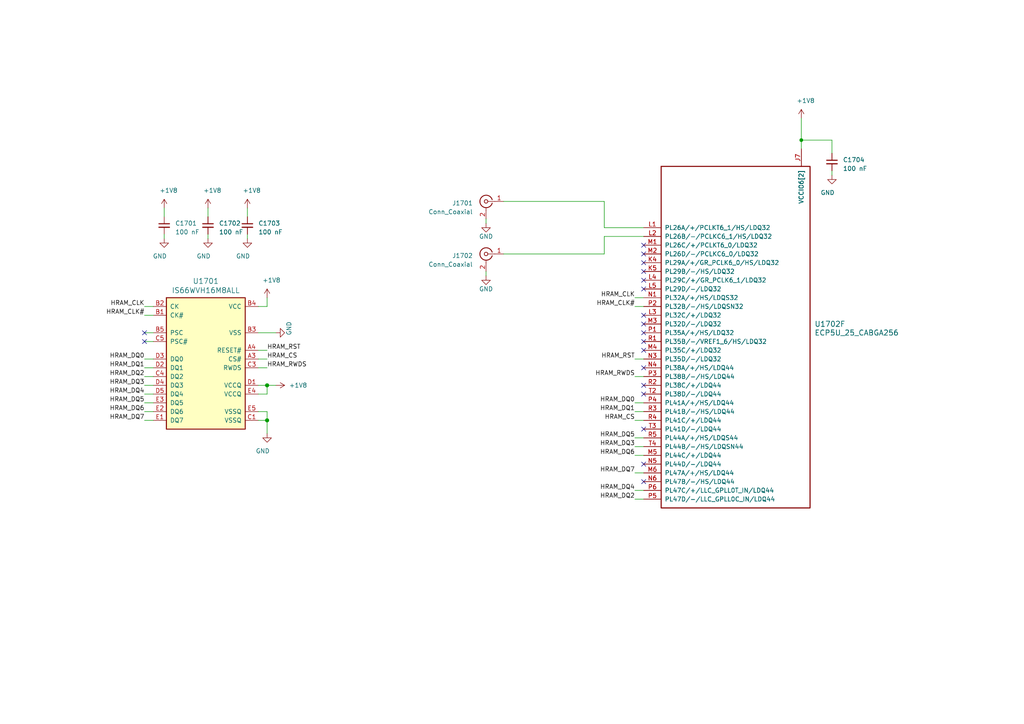
<source format=kicad_sch>
(kicad_sch (version 20210621) (generator eeschema)
  (paper "A4")
  (lib_symbols
    (symbol "Connector:Conn_Coaxial" (pin_names (offset 1.016) hide)
      (property "Reference" "J" (at 0.254 3.048 0))
      (property "Value" "Conn_Coaxial" (at 2.921 0 90))
      (symbol "Conn_Coaxial_0_1"
        (arc (start -1.778 0.508) (end 1.778 0) (radius (at -0.0508 0) (length 1.8034) (angles 163.6 0)) (stroke (width 0.254)))
        (arc (start 1.778 0) (end -1.778 -0.508) (radius (at -0.0254 0) (length 1.8034) (angles 0 -163.8)) (stroke (width 0.254)))
        (circle (center 0 0) (radius 0.508) (stroke (width 0.2032)))
        (polyline (pts (xy -2.54 0) (xy -0.508 0)))
        (polyline (pts (xy 0 -2.54) (xy 0 -1.778)))
      )
      (symbol "Conn_Coaxial_1_1"
        (pin passive line (at -5.08 0 0) (length 2.54) (name "In") (number "1"))
        (pin passive line (at 0 -5.08 90) (length 2.54) (name "Ext") (number "2"))
      )
    )
    (symbol "Device:C_Small" (pin_numbers hide) (pin_names (offset 0.254) hide)
      (property "Reference" "C" (at 0.254 1.778 0))
      (property "Value" "C_Small" (at 0.254 -2.032 0))
      (symbol "C_Small_0_1"
        (polyline (pts (xy -1.524 -0.508) (xy 1.524 -0.508)) (stroke (width 0.3302)))
        (polyline (pts (xy -1.524 0.508) (xy 1.524 0.508)) (stroke (width 0.3048)))
      )
      (symbol "C_Small_1_1"
        (pin passive line (at 0 2.54 270) (length 2.032) (name "~") (number "1"))
        (pin passive line (at 0 -2.54 90) (length 2.032) (name "~") (number "2"))
      )
    )
    (symbol "Lattice_ECP5:ECP5U_25_CABGA256" (pin_names (offset 1.016))
      (property "Reference" "U" (at 3.81 6.35 0))
      (property "Value" "ECP5U_25_CABGA256" (at 3.81 3.81 0))
      (symbol "ECP5U_25_CABGA256_1_1"
        (rectangle (start 5.08 17.78) (end 12.7 -10.16) (stroke (width 0.3048)))
        (pin power_in line (at 7.62 -15.24 90) (length 5.08) (name "GND[27]") (number "A1"))
        (pin power_in line (at 7.62 -15.24 90) (length 5.08) (name "GND[27]") (number "A16"))
        (pin power_in line (at 7.62 -15.24 90) (length 5.08) (name "GND[27]") (number "D15"))
        (pin power_in line (at 7.62 -15.24 90) (length 5.08) (name "GND[27]") (number "D2"))
        (pin power_in line (at 7.62 -15.24 90) (length 5.08) (name "GND[27]") (number "F8"))
        (pin power_in line (at 7.62 -15.24 90) (length 5.08) (name "GND[27]") (number "F9"))
        (pin power_in line (at 7.62 -15.24 90) (length 5.08) (name "GND[27]") (number "G10"))
        (pin power_in line (at 7.62 22.86 270) (length 5.08) (name "VCCAUX[2]") (number "G11"))
        (pin power_in line (at 10.16 22.86 270) (length 5.08) (name "VCC[6]") (number "G6"))
        (pin power_in line (at 10.16 22.86 270) (length 5.08) (name "VCC[6]") (number "G7"))
        (pin power_in line (at 7.62 -15.24 90) (length 5.08) (name "GND[27]") (number "G8"))
        (pin power_in line (at 10.16 22.86 270) (length 5.08) (name "VCC[6]") (number "G9"))
        (pin power_in line (at 7.62 -15.24 90) (length 5.08) (name "GND[27]") (number "H1"))
        (pin power_in line (at 7.62 -15.24 90) (length 5.08) (name "GND[27]") (number "H10"))
        (pin power_in line (at 7.62 -15.24 90) (length 5.08) (name "GND[27]") (number "H16"))
        (pin power_in line (at 7.62 -15.24 90) (length 5.08) (name "GND[27]") (number "H8"))
        (pin power_in line (at 7.62 -15.24 90) (length 5.08) (name "GND[27]") (number "H9"))
        (pin power_in line (at 7.62 -15.24 90) (length 5.08) (name "GND[27]") (number "J10"))
        (pin power_in line (at 7.62 -15.24 90) (length 5.08) (name "GND[27]") (number "J8"))
        (pin power_in line (at 7.62 -15.24 90) (length 5.08) (name "GND[27]") (number "J9"))
        (pin power_in line (at 7.62 -15.24 90) (length 5.08) (name "GND[27]") (number "K10"))
        (pin power_in line (at 7.62 -15.24 90) (length 5.08) (name "GND[27]") (number "K6"))
        (pin power_in line (at 7.62 -15.24 90) (length 5.08) (name "GND[27]") (number "K7"))
        (pin power_in line (at 7.62 -15.24 90) (length 5.08) (name "GND[27]") (number "K8"))
        (pin power_in line (at 7.62 -15.24 90) (length 5.08) (name "GND[27]") (number "K9"))
        (pin power_in line (at 10.16 22.86 270) (length 5.08) (name "VCC[6]") (number "L10"))
        (pin power_in line (at 7.62 22.86 270) (length 5.08) (name "VCCAUX[2]") (number "L7"))
        (pin power_in line (at 10.16 22.86 270) (length 5.08) (name "VCC[6]") (number "L8"))
        (pin power_in line (at 10.16 22.86 270) (length 5.08) (name "VCC[6]") (number "L9"))
        (pin power_in line (at 7.62 -15.24 90) (length 5.08) (name "GND[27]") (number "N15"))
        (pin power_in line (at 7.62 -15.24 90) (length 5.08) (name "GND[27]") (number "N2"))
        (pin power_in line (at 7.62 -15.24 90) (length 5.08) (name "GND[27]") (number "T1"))
        (pin power_in line (at 7.62 -15.24 90) (length 5.08) (name "GND[27]") (number "T12"))
        (pin power_in line (at 7.62 -15.24 90) (length 5.08) (name "GND[27]") (number "T16"))
        (pin power_in line (at 7.62 -15.24 90) (length 5.08) (name "GND[27]") (number "T5"))
      )
      (symbol "ECP5U_25_CABGA256_2_1"
        (rectangle (start 5.08 17.78) (end 35.56 -60.96) (stroke (width 0.3048)))
        (pin bidirectional line (at 0 0 0) (length 5.08) (name "PT4A/+") (number "A2"))
        (pin bidirectional line (at 0 -5.08 0) (length 5.08) (name "PT6A/+") (number "A3"))
        (pin bidirectional line (at 0 -7.62 0) (length 5.08) (name "PT6B/-") (number "A4"))
        (pin bidirectional line (at 0 -30.48 0) (length 5.08) (name "PT18A/+") (number "A5"))
        (pin bidirectional line (at 0 -33.02 0) (length 5.08) (name "PT18B/-") (number "A6"))
        (pin bidirectional line (at 0 -55.88 0) (length 5.08) (name "PT29A/+/PCLKT0_0") (number "A7"))
        (pin bidirectional line (at 0 -58.42 0) (length 5.08) (name "PT29B/-/PCLKC0_0") (number "A8"))
        (pin bidirectional line (at 0 -2.54 0) (length 5.08) (name "PT4B/-") (number "B3"))
        (pin bidirectional line (at 0 -17.78 0) (length 5.08) (name "PT11B/-") (number "B4"))
        (pin bidirectional line (at 0 -27.94 0) (length 5.08) (name "PT15B/-") (number "B5"))
        (pin bidirectional line (at 0 -43.18 0) (length 5.08) (name "PT22B/-") (number "B6"))
        (pin bidirectional line (at 0 -53.34 0) (length 5.08) (name "PT27B/-/PCLKC0_1") (number "B7"))
        (pin bidirectional line (at 0 -15.24 0) (length 5.08) (name "PT11A/+") (number "C4"))
        (pin bidirectional line (at 0 -25.4 0) (length 5.08) (name "PT15A/+") (number "C5"))
        (pin bidirectional line (at 0 -40.64 0) (length 5.08) (name "PT22A/+") (number "C6"))
        (pin bidirectional line (at 0 -50.8 0) (length 5.08) (name "PT27A/+/PCLKT0_1") (number "C7"))
        (pin bidirectional line (at 0 -12.7 0) (length 5.08) (name "PT9B/-") (number "D4"))
        (pin bidirectional line (at 0 -22.86 0) (length 5.08) (name "PT13B/-") (number "D5"))
        (pin bidirectional line (at 0 -38.1 0) (length 5.08) (name "PT20B/-") (number "D6"))
        (pin bidirectional line (at 0 -48.26 0) (length 5.08) (name "PT24B/-/GR_PCLK0_0") (number "D7"))
        (pin bidirectional line (at 0 -10.16 0) (length 5.08) (name "PT9A/+") (number "E4"))
        (pin bidirectional line (at 0 -20.32 0) (length 5.08) (name "PT13A/+") (number "E5"))
        (pin bidirectional line (at 0 -35.56 0) (length 5.08) (name "PT20A/+") (number "E6"))
        (pin bidirectional line (at 0 -45.72 0) (length 5.08) (name "PT24A/+/GR_PCLK0_1") (number "E7"))
        (pin power_in line (at 33.02 22.86 270) (length 5.08) (name "VCCIO0[2]") (number "F6"))
        (pin power_in line (at 33.02 22.86 270) (length 5.08) (name "VCCIO0[2]") (number "F7"))
      )
      (symbol "ECP5U_25_CABGA256_3_1"
        (rectangle (start 5.08 17.78) (end 35.56 -81.28) (stroke (width 0.3048)))
        (pin bidirectional line (at 0 -22.86 0) (length 5.08) (name "PT42B/-") (number "A10"))
        (pin bidirectional line (at 0 -45.72 0) (length 5.08) (name "PT53A/+") (number "A11"))
        (pin bidirectional line (at 0 -48.26 0) (length 5.08) (name "PT53B/-") (number "A12"))
        (pin bidirectional line (at 0 -71.12 0) (length 5.08) (name "PT65A/+") (number "A13"))
        (pin bidirectional line (at 0 -73.66 0) (length 5.08) (name "PT65B/-") (number "A14"))
        (pin bidirectional line (at 0 -78.74 0) (length 5.08) (name "PT67B/-") (number "A15"))
        (pin bidirectional line (at 0 -20.32 0) (length 5.08) (name "PT42A/+") (number "A9"))
        (pin bidirectional line (at 0 -25.4 0) (length 5.08) (name "PT44A/+") (number "B10"))
        (pin bidirectional line (at 0 -35.56 0) (length 5.08) (name "PT49A/+") (number "B11"))
        (pin bidirectional line (at 0 -50.8 0) (length 5.08) (name "PT56A/+") (number "B12"))
        (pin bidirectional line (at 0 -60.96 0) (length 5.08) (name "PT60A/+") (number "B13"))
        (pin bidirectional line (at 0 -76.2 0) (length 5.08) (name "PT67A/+") (number "B14"))
        (pin bidirectional line (at 0 -7.62 0) (length 5.08) (name "PT35B/-/PCLKC1_0") (number "B8"))
        (pin bidirectional line (at 0 -10.16 0) (length 5.08) (name "PT38A/+/GR_PCLK1_0") (number "B9"))
        (pin bidirectional line (at 0 -27.94 0) (length 5.08) (name "PT44B/-") (number "C10"))
        (pin bidirectional line (at 0 -38.1 0) (length 5.08) (name "PT49B/-") (number "C11"))
        (pin bidirectional line (at 0 -53.34 0) (length 5.08) (name "PT56B/-") (number "C12"))
        (pin bidirectional line (at 0 -63.5 0) (length 5.08) (name "PT60B/-") (number "C13"))
        (pin bidirectional line (at 0 -5.08 0) (length 5.08) (name "PT35A/+/PCLKT1_0") (number "C8"))
        (pin bidirectional line (at 0 -12.7 0) (length 5.08) (name "PT38B/-/GR_PCLK1_1") (number "C9"))
        (pin bidirectional line (at 0 -30.48 0) (length 5.08) (name "PT47A/+") (number "D10"))
        (pin bidirectional line (at 0 -40.64 0) (length 5.08) (name "PT51A/+") (number "D11"))
        (pin bidirectional line (at 0 -55.88 0) (length 5.08) (name "PT58A/+") (number "D12"))
        (pin bidirectional line (at 0 -66.04 0) (length 5.08) (name "PT62A/+") (number "D13"))
        (pin bidirectional line (at 0 -2.54 0) (length 5.08) (name "PT33B/-/PCLKC1_1") (number "D8"))
        (pin bidirectional line (at 0 -15.24 0) (length 5.08) (name "PT40A/+") (number "D9"))
        (pin bidirectional line (at 0 -33.02 0) (length 5.08) (name "PT47B/-") (number "E10"))
        (pin bidirectional line (at 0 -43.18 0) (length 5.08) (name "PT51B/-") (number "E11"))
        (pin bidirectional line (at 0 -58.42 0) (length 5.08) (name "PT58B/-") (number "E12"))
        (pin bidirectional line (at 0 -68.58 0) (length 5.08) (name "PT62B/-") (number "E13"))
        (pin bidirectional line (at 0 0 0) (length 5.08) (name "PT33A/+/PCLKT1_1") (number "E8"))
        (pin bidirectional line (at 0 -17.78 0) (length 5.08) (name "PT40B/-") (number "E9"))
        (pin power_in line (at 33.02 22.86 270) (length 5.08) (name "VCCIO1[2]") (number "F10"))
        (pin power_in line (at 33.02 22.86 270) (length 5.08) (name "VCCIO1[2]") (number "F11"))
      )
      (symbol "ECP5U_25_CABGA256_4_1"
        (rectangle (start 5.08 17.78) (end 48.26 -81.28) (stroke (width 0.3048)))
        (pin bidirectional line (at 0 -2.54 0) (length 5.08) (name "PR2B/-/S0_IN/HS/RDQ8") (number "B15"))
        (pin bidirectional line (at 0 0 0) (length 5.08) (name "PR2A/+/HS/RDQ8") (number "B16"))
        (pin bidirectional line (at 0 -5.08 0) (length 5.08) (name "PR2C/+/RDQ8") (number "C14"))
        (pin bidirectional line (at 0 -12.7 0) (length 5.08) (name "PR5B/-/HS/RDQ8") (number "C15"))
        (pin bidirectional line (at 0 -10.16 0) (length 5.08) (name "PR5A/+/HS/RDQ8") (number "C16"))
        (pin bidirectional line (at 0 -7.62 0) (length 5.08) (name "PR2D/-/RDQ8") (number "D14"))
        (pin bidirectional line (at 0 -20.32 0) (length 5.08) (name "PR8A/+/HS/RDQS8") (number "D16"))
        (pin bidirectional line (at 0 -15.24 0) (length 5.08) (name "PR5C/+/RDQ8") (number "E14"))
        (pin bidirectional line (at 0 -22.86 0) (length 5.08) (name "PR8B/-/HS/RDQSN8") (number "E15"))
        (pin bidirectional line (at 0 -38.1 0) (length 5.08) (name "PR11D/-/RDQ8") (number "E16"))
        (pin bidirectional line (at 0 -27.94 0) (length 5.08) (name "PR8D/-/RDQ8") (number "F12"))
        (pin bidirectional line (at 0 -25.4 0) (length 5.08) (name "PR8C/+/RDQ8") (number "F13"))
        (pin bidirectional line (at 0 -17.78 0) (length 5.08) (name "PR5D/-/RDQ8") (number "F14"))
        (pin bidirectional line (at 0 -35.56 0) (length 5.08) (name "PR11C/+/RDQ8") (number "F15"))
        (pin bidirectional line (at 0 -40.64 0) (length 5.08) (name "PR14A/+/HS/RDQ20") (number "F16"))
        (pin bidirectional line (at 0 -30.48 0) (length 5.08) (name "PR11A/+/HS/RDQ8") (number "G12"))
        (pin bidirectional line (at 0 -33.02 0) (length 5.08) (name "PR11B/-/HS/RDQ8") (number "G13"))
        (pin bidirectional line (at 0 -45.72 0) (length 5.08) (name "PR14C/+/VREF1_2/RDQ20") (number "G14"))
        (pin bidirectional line (at 0 -43.18 0) (length 5.08) (name "PR14B/-/HS/RDQ20") (number "G15"))
        (pin bidirectional line (at 0 -60.96 0) (length 5.08) (name "PR20A/+/GR_PCLK2_1/HS/RDQS20") (number "G16"))
        (pin power_in line (at 45.72 22.86 270) (length 5.08) (name "VCCIO2[2]") (number "H11"))
        (pin bidirectional line (at 0 -50.8 0) (length 5.08) (name "PR17A/+/HS/RDQ20") (number "H12"))
        (pin bidirectional line (at 0 -53.34 0) (length 5.08) (name "PR17B/-/HS/RDQ20") (number "H13"))
        (pin bidirectional line (at 0 -48.26 0) (length 5.08) (name "PR14D/-/RDQ20") (number "H14"))
        (pin bidirectional line (at 0 -63.5 0) (length 5.08) (name "PR20B/-/HS/RDQSN20") (number "H15"))
        (pin power_in line (at 45.72 22.86 270) (length 5.08) (name "VCCIO2[2]") (number "J11"))
        (pin bidirectional line (at 0 -58.42 0) (length 5.08) (name "PR17D/-/RDQ20") (number "J12"))
        (pin bidirectional line (at 0 -55.88 0) (length 5.08) (name "PR17C/+/RDQ20") (number "J13"))
        (pin bidirectional line (at 0 -66.04 0) (length 5.08) (name "PR20C/+/GR_PCLK2_0/RDQ20") (number "J14"))
        (pin bidirectional line (at 0 -73.66 0) (length 5.08) (name "PR23B/-/PCLKC2_1/HS/RDQ20") (number "J15"))
        (pin bidirectional line (at 0 -71.12 0) (length 5.08) (name "PR23A/+/PCLKT2_1/HS/RDQ20") (number "J16"))
        (pin bidirectional line (at 0 -68.58 0) (length 5.08) (name "PR20D/-/RDQ20") (number "K14"))
        (pin bidirectional line (at 0 -78.74 0) (length 5.08) (name "PR23D/-/PCLKC2_0/RDQ20") (number "K15"))
        (pin bidirectional line (at 0 -76.2 0) (length 5.08) (name "PR23C/+/PCLKT2_0/RDQ20") (number "K16"))
      )
      (symbol "ECP5U_25_CABGA256_5_1"
        (rectangle (start 5.08 17.78) (end 48.26 -81.28) (stroke (width 0.3048)))
        (pin power_in line (at 45.72 22.86 270) (length 5.08) (name "VCCIO3[2]") (number "K11"))
        (pin bidirectional line (at 0 -12.7 0) (length 5.08) (name "PR29B/-/HS/RDQ32") (number "K12"))
        (pin bidirectional line (at 0 -10.16 0) (length 5.08) (name "PR29A/+/GR_PCLK3_0/HS/RDQ32") (number "K13"))
        (pin power_in line (at 45.72 22.86 270) (length 5.08) (name "VCCIO3[2]") (number "L11"))
        (pin bidirectional line (at 0 -17.78 0) (length 5.08) (name "PR29D/-/RDQ32") (number "L12"))
        (pin bidirectional line (at 0 -15.24 0) (length 5.08) (name "PR29C/+/GR_PCLK3_1/RDQ32") (number "L13"))
        (pin bidirectional line (at 0 -25.4 0) (length 5.08) (name "PR32C/+/RDQ32") (number "L14"))
        (pin bidirectional line (at 0 -2.54 0) (length 5.08) (name "PR26B/-/PCLKC3_1/HS/RDQ32") (number "L15"))
        (pin bidirectional line (at 0 0 0) (length 5.08) (name "PR26A/+/PCLKT3_1/HS/RDQ32") (number "L16"))
        (pin bidirectional line (at 0 -71.12 0) (length 5.08) (name "PR47A/+/HS/RDQ44") (number "M11"))
        (pin bidirectional line (at 0 -66.04 0) (length 5.08) (name "PR44C/+/RDQ44") (number "M12"))
        (pin bidirectional line (at 0 -35.56 0) (length 5.08) (name "PR35C/+/RDQ32") (number "M13"))
        (pin bidirectional line (at 0 -27.94 0) (length 5.08) (name "PR32D/-/RDQ32") (number "M14"))
        (pin bidirectional line (at 0 -7.62 0) (length 5.08) (name "PR26D/-/PCLKC3_0/RDQ32") (number "M15"))
        (pin bidirectional line (at 0 -5.08 0) (length 5.08) (name "PR26C/+/PCLKT3_0/RDQ32") (number "M16"))
        (pin bidirectional line (at 0 -73.66 0) (length 5.08) (name "PR47B/-/HS/RDQ44") (number "N11"))
        (pin bidirectional line (at 0 -68.58 0) (length 5.08) (name "PR44D/-/RDQ44") (number "N12"))
        (pin bidirectional line (at 0 -40.64 0) (length 5.08) (name "PR38A/+/HS/RDQ44") (number "N13"))
        (pin bidirectional line (at 0 -38.1 0) (length 5.08) (name "PR35D/-/RDQ32") (number "N14"))
        (pin bidirectional line (at 0 -20.32 0) (length 5.08) (name "PR32A/+/HS/RDQS32") (number "N16"))
        (pin bidirectional line (at 0 -76.2 0) (length 5.08) (name "PR47C/+/LRC_GPLL0T_IN/RDQ44") (number "P11"))
        (pin bidirectional line (at 0 -78.74 0) (length 5.08) (name "PR47D/-/LRC_GPLL0C_IN/RDQ44") (number "P12"))
        (pin bidirectional line (at 0 -50.8 0) (length 5.08) (name "PR41A/+/HS/RDQ44") (number "P13"))
        (pin bidirectional line (at 0 -43.18 0) (length 5.08) (name "PR38B/-/HS/RDQ44") (number "P14"))
        (pin bidirectional line (at 0 -22.86 0) (length 5.08) (name "PR32B/-/HS/RDQSN32") (number "P15"))
        (pin bidirectional line (at 0 -30.48 0) (length 5.08) (name "PR35A/+/HS/RDQ32") (number "P16"))
        (pin bidirectional line (at 0 -60.96 0) (length 5.08) (name "PR44A/+/HS/RDQS44") (number "R12"))
        (pin bidirectional line (at 0 -55.88 0) (length 5.08) (name "PR41C/+/RDQ44") (number "R13"))
        (pin bidirectional line (at 0 -53.34 0) (length 5.08) (name "PR41B/-/HS/RDQ44") (number "R14"))
        (pin bidirectional line (at 0 -45.72 0) (length 5.08) (name "PR38C/+/RDQ44") (number "R15"))
        (pin bidirectional line (at 0 -33.02 0) (length 5.08) (name "PR35B/-/VREF1_3/HS/RDQ32") (number "R16"))
        (pin bidirectional line (at 0 -63.5 0) (length 5.08) (name "PR44B/-/HS/RDQSN44") (number "T13"))
        (pin bidirectional line (at 0 -58.42 0) (length 5.08) (name "PR41D/-/RDQ44") (number "T14"))
        (pin bidirectional line (at 0 -48.26 0) (length 5.08) (name "PR38D/-/RDQ44") (number "T15"))
      )
      (symbol "ECP5U_25_CABGA256_6_1"
        (rectangle (start 5.08 17.78) (end 48.26 -81.28) (stroke (width 0.3048)))
        (pin power_in line (at 45.72 22.86 270) (length 5.08) (name "VCCIO6[2]") (number "J6"))
        (pin power_in line (at 45.72 22.86 270) (length 5.08) (name "VCCIO6[2]") (number "J7"))
        (pin bidirectional line (at 0 -10.16 0) (length 5.08) (name "PL29A/+/GR_PCLK6_0/HS/LDQ32") (number "K4"))
        (pin bidirectional line (at 0 -12.7 0) (length 5.08) (name "PL29B/-/HS/LDQ32") (number "K5"))
        (pin bidirectional line (at 0 0 0) (length 5.08) (name "PL26A/+/PCLKT6_1/HS/LDQ32") (number "L1"))
        (pin bidirectional line (at 0 -2.54 0) (length 5.08) (name "PL26B/-/PCLKC6_1/HS/LDQ32") (number "L2"))
        (pin bidirectional line (at 0 -25.4 0) (length 5.08) (name "PL32C/+/LDQ32") (number "L3"))
        (pin bidirectional line (at 0 -15.24 0) (length 5.08) (name "PL29C/+/GR_PCLK6_1/LDQ32") (number "L4"))
        (pin bidirectional line (at 0 -17.78 0) (length 5.08) (name "PL29D/-/LDQ32") (number "L5"))
        (pin bidirectional line (at 0 -5.08 0) (length 5.08) (name "PL26C/+/PCLKT6_0/LDQ32") (number "M1"))
        (pin bidirectional line (at 0 -7.62 0) (length 5.08) (name "PL26D/-/PCLKC6_0/LDQ32") (number "M2"))
        (pin bidirectional line (at 0 -27.94 0) (length 5.08) (name "PL32D/-/LDQ32") (number "M3"))
        (pin bidirectional line (at 0 -35.56 0) (length 5.08) (name "PL35C/+/LDQ32") (number "M4"))
        (pin bidirectional line (at 0 -66.04 0) (length 5.08) (name "PL44C/+/LDQ44") (number "M5"))
        (pin bidirectional line (at 0 -71.12 0) (length 5.08) (name "PL47A/+/HS/LDQ44") (number "M6"))
        (pin bidirectional line (at 0 -20.32 0) (length 5.08) (name "PL32A/+/HS/LDQS32") (number "N1"))
        (pin bidirectional line (at 0 -38.1 0) (length 5.08) (name "PL35D/-/LDQ32") (number "N3"))
        (pin bidirectional line (at 0 -40.64 0) (length 5.08) (name "PL38A/+/HS/LDQ44") (number "N4"))
        (pin bidirectional line (at 0 -68.58 0) (length 5.08) (name "PL44D/-/LDQ44") (number "N5"))
        (pin bidirectional line (at 0 -73.66 0) (length 5.08) (name "PL47B/-/HS/LDQ44") (number "N6"))
        (pin bidirectional line (at 0 -30.48 0) (length 5.08) (name "PL35A/+/HS/LDQ32") (number "P1"))
        (pin bidirectional line (at 0 -22.86 0) (length 5.08) (name "PL32B/-/HS/LDQSN32") (number "P2"))
        (pin bidirectional line (at 0 -43.18 0) (length 5.08) (name "PL38B/-/HS/LDQ44") (number "P3"))
        (pin bidirectional line (at 0 -50.8 0) (length 5.08) (name "PL41A/+/HS/LDQ44") (number "P4"))
        (pin bidirectional line (at 0 -78.74 0) (length 5.08) (name "PL47D/-/LLC_GPLL0C_IN/LDQ44") (number "P5"))
        (pin bidirectional line (at 0 -76.2 0) (length 5.08) (name "PL47C/+/LLC_GPLL0T_IN/LDQ44") (number "P6"))
        (pin bidirectional line (at 0 -33.02 0) (length 5.08) (name "PL35B/-/VREF1_6/HS/LDQ32") (number "R1"))
        (pin bidirectional line (at 0 -45.72 0) (length 5.08) (name "PL38C/+/LDQ44") (number "R2"))
        (pin bidirectional line (at 0 -53.34 0) (length 5.08) (name "PL41B/-/HS/LDQ44") (number "R3"))
        (pin bidirectional line (at 0 -55.88 0) (length 5.08) (name "PL41C/+/LDQ44") (number "R4"))
        (pin bidirectional line (at 0 -60.96 0) (length 5.08) (name "PL44A/+/HS/LDQS44") (number "R5"))
        (pin bidirectional line (at 0 -48.26 0) (length 5.08) (name "PL38D/-/LDQ44") (number "T2"))
        (pin bidirectional line (at 0 -58.42 0) (length 5.08) (name "PL41D/-/LDQ44") (number "T3"))
        (pin bidirectional line (at 0 -63.5 0) (length 5.08) (name "PL44B/-/HS/LDQSN44") (number "T4"))
      )
      (symbol "ECP5U_25_CABGA256_7_1"
        (rectangle (start 5.08 17.78) (end 48.26 -81.28) (stroke (width 0.3048)))
        (pin bidirectional line (at 0 0 0) (length 5.08) (name "PL2A/+/HS/LDQ8") (number "B1"))
        (pin bidirectional line (at 0 -2.54 0) (length 5.08) (name "PL2B/-/HS/LDQ8") (number "B2"))
        (pin bidirectional line (at 0 -10.16 0) (length 5.08) (name "PL5A/+/HS/LDQ8") (number "C1"))
        (pin bidirectional line (at 0 -12.7 0) (length 5.08) (name "PL5B/-/HS/LDQ8") (number "C2"))
        (pin bidirectional line (at 0 -5.08 0) (length 5.08) (name "PL2C/+/LDQ8") (number "C3"))
        (pin bidirectional line (at 0 -20.32 0) (length 5.08) (name "PL8A/+/HS/LDQS8") (number "D1"))
        (pin bidirectional line (at 0 -7.62 0) (length 5.08) (name "PL2D/-/LDQ8") (number "D3"))
        (pin bidirectional line (at 0 -38.1 0) (length 5.08) (name "PL11D/-/LDQ8") (number "E1"))
        (pin bidirectional line (at 0 -22.86 0) (length 5.08) (name "PL8B/-/HS/LDQSN8") (number "E2"))
        (pin bidirectional line (at 0 -15.24 0) (length 5.08) (name "PL5C/+/LDQ8") (number "E3"))
        (pin bidirectional line (at 0 -40.64 0) (length 5.08) (name "PL14A/+/HS/LDQ20") (number "F1"))
        (pin bidirectional line (at 0 -35.56 0) (length 5.08) (name "PL11C/+/LDQ8") (number "F2"))
        (pin bidirectional line (at 0 -17.78 0) (length 5.08) (name "PL5D/-/LDQ8") (number "F3"))
        (pin bidirectional line (at 0 -25.4 0) (length 5.08) (name "PL8C/+/LDQ8") (number "F4"))
        (pin bidirectional line (at 0 -27.94 0) (length 5.08) (name "PL8D/-/LDQ8") (number "F5"))
        (pin bidirectional line (at 0 -60.96 0) (length 5.08) (name "PL20A/+/GR_PCLK7_1/HS/LDQS20") (number "G1"))
        (pin bidirectional line (at 0 -43.18 0) (length 5.08) (name "PL14B/-/HS/LDQ20") (number "G2"))
        (pin bidirectional line (at 0 -45.72 0) (length 5.08) (name "PL14C/+/VREF1_7/LDQ20") (number "G3"))
        (pin bidirectional line (at 0 -33.02 0) (length 5.08) (name "PL11B/-/HS/LDQ8") (number "G4"))
        (pin bidirectional line (at 0 -30.48 0) (length 5.08) (name "PL11A/+/HS/LDQ8") (number "G5"))
        (pin bidirectional line (at 0 -63.5 0) (length 5.08) (name "PL20B/-/HS/LDQSN20") (number "H2"))
        (pin bidirectional line (at 0 -48.26 0) (length 5.08) (name "PL14D/-/LDQ20") (number "H3"))
        (pin bidirectional line (at 0 -53.34 0) (length 5.08) (name "PL17B/-/HS/LDQ20") (number "H4"))
        (pin bidirectional line (at 0 -50.8 0) (length 5.08) (name "PL17A/+/HS/LDQ20") (number "H5"))
        (pin power_in line (at 45.72 22.86 270) (length 5.08) (name "VCCIO7[2]") (number "H6"))
        (pin power_in line (at 45.72 22.86 270) (length 5.08) (name "VCCIO7[2]") (number "H7"))
        (pin bidirectional line (at 0 -71.12 0) (length 5.08) (name "PL23A/+/PCLKT7_1/HS/LDQ20") (number "J1"))
        (pin bidirectional line (at 0 -73.66 0) (length 5.08) (name "PL23B/-/PCLKC7_1/HS/LDQ20") (number "J2"))
        (pin bidirectional line (at 0 -66.04 0) (length 5.08) (name "PL20C/+/GR_PCLK7_0/LDQ20") (number "J3"))
        (pin bidirectional line (at 0 -55.88 0) (length 5.08) (name "PL17C/+/LDQ20") (number "J4"))
        (pin bidirectional line (at 0 -58.42 0) (length 5.08) (name "PL17D/-/LDQ20") (number "J5"))
        (pin bidirectional line (at 0 -76.2 0) (length 5.08) (name "PL23C/+/PCLKT7_0/LDQ20") (number "K1"))
        (pin bidirectional line (at 0 -78.74 0) (length 5.08) (name "PL23D/-/PCLKC7_0/LDQ20") (number "K2"))
        (pin bidirectional line (at 0 -68.58 0) (length 5.08) (name "PL20D/-/LDQ20") (number "K3"))
      )
      (symbol "ECP5U_25_CABGA256_8_1"
        (rectangle (start 5.08 12.7) (end 53.34 -50.8) (stroke (width 0.3048)))
        (pin power_in line (at 50.8 17.78 270) (length 5.08) (name "VCCIO8") (number "L6"))
        (pin bidirectional line (at 0 -27.94 0) (length 5.08) (name "PB9B/-/D2/IO2") (number "M7"))
        (pin bidirectional line (at 0 -43.18 0) (length 5.08) (name "PB15B/-/DOUT/CSON") (number "M8"))
        (pin bidirectional line (at 0 -45.72 0) (length 5.08) (name "PB18A/WRITEN") (number "M9"))
        (pin bidirectional line (at 0 -2.54 0) (length 5.08) (name "CFG_0") (number "N10"))
        (pin bidirectional line (at 0 -25.4 0) (length 5.08) (name "PB9A/+/D3/IO3") (number "N7"))
        (pin bidirectional line (at 0 -40.64 0) (length 5.08) (name "PB15A/+/HOLDN/DI/BUSY/CSSPIN/CEN") (number "N8"))
        (pin bidirectional line (at 0 0 0) (length 5.08) (name "CCLK/MCLK/SCK") (number "N9"))
        (pin bidirectional line (at 0 -5.08 0) (length 5.08) (name "CFG_1") (number "P10"))
        (pin bidirectional line (at 0 -22.86 0) (length 5.08) (name "PB6B/-/D4/MOSI2/IO4") (number "P7"))
        (pin bidirectional line (at 0 -38.1 0) (length 5.08) (name "PB13B/-/CS1N") (number "P8"))
        (pin bidirectional line (at 0 -10.16 0) (length 5.08) (name "DONE") (number "P9"))
        (pin bidirectional line (at 0 -7.62 0) (length 5.08) (name "CFG_2") (number "R10"))
        (pin bidirectional line (at 0 -17.78 0) (length 5.08) (name "PB4B/-/D6/IO6") (number "R6"))
        (pin bidirectional line (at 0 -20.32 0) (length 5.08) (name "PB6A/+/D5/MISO2/IO5") (number "R7"))
        (pin bidirectional line (at 0 -35.56 0) (length 5.08) (name "PB13A/+/SN/CSN") (number "R8"))
        (pin bidirectional line (at 0 -48.26 0) (length 5.08) (name "PROGRAMN") (number "R9"))
        (pin bidirectional line (at 0 -15.24 0) (length 5.08) (name "PB4A/+/D7/IO7") (number "T6"))
        (pin bidirectional line (at 0 -30.48 0) (length 5.08) (name "PB11A/+/D1/MISO/IO1") (number "T7"))
        (pin bidirectional line (at 0 -33.02 0) (length 5.08) (name "PB11B/-/D0/MOSI/IO0") (number "T8"))
        (pin bidirectional line (at 0 -12.7 0) (length 5.08) (name "INITN") (number "T9"))
      )
      (symbol "ECP5U_25_CABGA256_9_1"
        (rectangle (start 5.08 2.54) (end 12.7 -10.16) (stroke (width 0.3048)))
        (pin bidirectional line (at 0 -5.08 0) (length 5.08) (name "TDO") (number "M10"))
        (pin bidirectional line (at 0 -2.54 0) (length 5.08) (name "TDI") (number "R11"))
        (pin bidirectional line (at 0 0 0) (length 5.08) (name "TCK") (number "T10"))
        (pin bidirectional line (at 0 -7.62 0) (length 5.08) (name "TMS") (number "T11"))
      )
    )
    (symbol "gsd-kicad:IS66WVH16M8ALL" (pin_names (offset 1.016))
      (property "Reference" "U" (at 0 24.13 0))
      (property "Value" "IS66WVH16M8ALL" (at 0 21.59 0))
      (symbol "IS66WVH16M8ALL_1_0"
        (rectangle (start -11.43 19.05) (end 11.43 -19.05) (stroke (width 0.3048)) (fill (type background)))
      )
      (symbol "IS66WVH16M8ALL_1_1"
        (pin input line (at 15.24 1.27 180) (length 3.81) (name "CS#") (number "A3"))
        (pin input line (at 15.24 3.81 180) (length 3.81) (name "RESET#") (number "A4"))
        (pin input line (at -15.24 13.97 0) (length 3.81) (name "CK#") (number "B1"))
        (pin input line (at -15.24 16.51 0) (length 3.81) (name "CK") (number "B2"))
        (pin input line (at 15.24 8.89 180) (length 3.81) (name "VSS") (number "B3"))
        (pin input line (at 15.24 16.51 180) (length 3.81) (name "VCC") (number "B4"))
        (pin input line (at -15.24 8.89 0) (length 3.81) (name "PSC") (number "B5"))
        (pin input line (at 15.24 -16.51 180) (length 3.81) (name "VSSQ") (number "C1"))
        (pin input line (at 15.24 -1.27 180) (length 3.81) (name "RWDS") (number "C3"))
        (pin input line (at -15.24 -3.81 0) (length 3.81) (name "DQ2") (number "C4"))
        (pin input line (at -15.24 6.35 0) (length 3.81) (name "PSC#") (number "C5"))
        (pin input line (at 15.24 -6.35 180) (length 3.81) (name "VCCQ") (number "D1"))
        (pin input line (at -15.24 -1.27 0) (length 3.81) (name "DQ1") (number "D2"))
        (pin input line (at -15.24 1.27 0) (length 3.81) (name "DQ0") (number "D3"))
        (pin input line (at -15.24 -6.35 0) (length 3.81) (name "DQ3") (number "D4"))
        (pin input line (at -15.24 -8.89 0) (length 3.81) (name "DQ4") (number "D5"))
        (pin input line (at -15.24 -16.51 0) (length 3.81) (name "DQ7") (number "E1"))
        (pin input line (at -15.24 -13.97 0) (length 3.81) (name "DQ6") (number "E2"))
        (pin input line (at -15.24 -11.43 0) (length 3.81) (name "DQ5") (number "E3"))
        (pin input line (at 15.24 -8.89 180) (length 3.81) (name "VCCQ") (number "E4"))
        (pin input line (at 15.24 -13.97 180) (length 3.81) (name "VSSQ") (number "E5"))
      )
    )
    (symbol "power:+1V8" (power) (pin_names (offset 0))
      (property "Value" "+1V8" (at 0 3.556 0))
      (symbol "+1V8_0_1"
        (polyline (pts (xy -0.762 1.27) (xy 0 2.54)))
        (polyline (pts (xy 0 0) (xy 0 2.54)))
        (polyline (pts (xy 0 2.54) (xy 0.762 1.27)))
      )
      (symbol "+1V8_1_1"
        (pin power_in line (at 0 0 90) (length 0) hide (name "+1V8") (number "1"))
      )
    )
    (symbol "power:GND" (power) (pin_names (offset 0))
      (property "Value" "GND" (at 0 -3.81 0))
      (symbol "GND_0_1"
        (polyline (pts (xy 0 0) (xy 0 -1.27) (xy 1.27 -1.27) (xy 0 -2.54) (xy -1.27 -1.27) (xy 0 -1.27)))
      )
      (symbol "GND_1_1"
        (pin power_in line (at 0 0 270) (length 0) hide (name "GND") (number "1"))
      )
    )
  )
  (junction (at 77.47 111.76) (diameter 1.016))
  (junction (at 77.47 121.92) (diameter 1.016))
  (junction (at 232.41 40.64) (diameter 0.9144))
  (no_connect (at 41.91 96.52))
  (no_connect (at 41.91 99.06))
  (no_connect (at 186.69 71.12))
  (no_connect (at 186.69 73.66))
  (no_connect (at 186.69 76.2))
  (no_connect (at 186.69 78.74))
  (no_connect (at 186.69 81.28))
  (no_connect (at 186.69 83.82))
  (no_connect (at 186.69 91.44))
  (no_connect (at 186.69 93.98))
  (no_connect (at 186.69 96.52))
  (no_connect (at 186.69 99.06))
  (no_connect (at 186.69 101.6))
  (no_connect (at 186.69 106.68))
  (no_connect (at 186.69 111.76))
  (no_connect (at 186.69 114.3))
  (no_connect (at 186.69 124.46))
  (no_connect (at 186.69 134.62))
  (no_connect (at 186.69 139.7))
  (wire (pts (xy 41.91 88.9) (xy 44.45 88.9)))
  (wire (pts (xy 41.91 91.44) (xy 44.45 91.44)))
  (wire (pts (xy 41.91 96.52) (xy 44.45 96.52)))
  (wire (pts (xy 41.91 99.06) (xy 44.45 99.06)))
  (wire (pts (xy 41.91 104.14) (xy 44.45 104.14)))
  (wire (pts (xy 41.91 106.68) (xy 44.45 106.68)))
  (wire (pts (xy 41.91 109.22) (xy 44.45 109.22)))
  (wire (pts (xy 41.91 111.76) (xy 44.45 111.76)))
  (wire (pts (xy 41.91 114.3) (xy 44.45 114.3)))
  (wire (pts (xy 41.91 116.84) (xy 44.45 116.84)))
  (wire (pts (xy 41.91 119.38) (xy 44.45 119.38)))
  (wire (pts (xy 41.91 121.92) (xy 44.45 121.92)))
  (wire (pts (xy 47.625 60.325) (xy 47.625 62.865)))
  (wire (pts (xy 47.625 67.945) (xy 47.625 69.215)))
  (wire (pts (xy 60.325 60.325) (xy 60.325 62.865)))
  (wire (pts (xy 60.325 67.945) (xy 60.325 69.215)))
  (wire (pts (xy 71.755 60.325) (xy 71.755 62.865)))
  (wire (pts (xy 71.755 67.945) (xy 71.755 69.215)))
  (wire (pts (xy 74.93 88.9) (xy 77.47 88.9)))
  (wire (pts (xy 74.93 96.52) (xy 80.01 96.52)))
  (wire (pts (xy 74.93 101.6) (xy 77.47 101.6)))
  (wire (pts (xy 74.93 104.14) (xy 77.47 104.14)))
  (wire (pts (xy 74.93 106.68) (xy 77.47 106.68)))
  (wire (pts (xy 74.93 114.3) (xy 77.47 114.3)))
  (wire (pts (xy 74.93 119.38) (xy 77.47 119.38)))
  (wire (pts (xy 74.93 121.92) (xy 77.47 121.92)))
  (wire (pts (xy 77.47 88.9) (xy 77.47 86.36)))
  (wire (pts (xy 77.47 111.76) (xy 74.93 111.76)))
  (wire (pts (xy 77.47 114.3) (xy 77.47 111.76)))
  (wire (pts (xy 77.47 119.38) (xy 77.47 121.92)))
  (wire (pts (xy 77.47 121.92) (xy 77.47 125.73)))
  (wire (pts (xy 80.01 111.76) (xy 77.47 111.76)))
  (wire (pts (xy 140.97 63.5) (xy 140.97 64.77)))
  (wire (pts (xy 140.97 78.74) (xy 140.97 80.01)))
  (wire (pts (xy 146.05 58.42) (xy 175.26 58.42)))
  (wire (pts (xy 146.05 73.66) (xy 175.26 73.66)))
  (wire (pts (xy 175.26 58.42) (xy 175.26 66.04)))
  (wire (pts (xy 175.26 66.04) (xy 186.69 66.04)))
  (wire (pts (xy 175.26 68.58) (xy 186.69 68.58)))
  (wire (pts (xy 175.26 73.66) (xy 175.26 68.58)))
  (wire (pts (xy 184.15 86.36) (xy 186.69 86.36)))
  (wire (pts (xy 184.15 88.9) (xy 186.69 88.9)))
  (wire (pts (xy 184.15 116.84) (xy 186.69 116.84)))
  (wire (pts (xy 184.15 119.38) (xy 186.69 119.38)))
  (wire (pts (xy 184.15 121.92) (xy 186.69 121.92)))
  (wire (pts (xy 184.15 129.54) (xy 186.69 129.54)))
  (wire (pts (xy 184.15 132.08) (xy 186.69 132.08)))
  (wire (pts (xy 184.15 137.16) (xy 186.69 137.16)))
  (wire (pts (xy 184.15 142.24) (xy 186.69 142.24)))
  (wire (pts (xy 184.15 144.78) (xy 186.69 144.78)))
  (wire (pts (xy 186.69 104.14) (xy 184.15 104.14)))
  (wire (pts (xy 186.69 109.22) (xy 184.15 109.22)))
  (wire (pts (xy 186.69 127) (xy 184.15 127)))
  (wire (pts (xy 232.41 34.29) (xy 232.41 40.64)))
  (wire (pts (xy 232.41 40.64) (xy 232.41 43.18)))
  (wire (pts (xy 232.41 40.64) (xy 241.3 40.64)))
  (wire (pts (xy 241.3 40.64) (xy 241.3 44.45)))
  (wire (pts (xy 241.3 49.53) (xy 241.3 50.8)))
  (label "HRAM_CLK" (at 41.91 88.9 180))
  (label "HRAM_CLK#" (at 41.91 91.44 180))
  (label "HRAM_DQ0" (at 41.91 104.14 180))
  (label "HRAM_DQ1" (at 41.91 106.68 180))
  (label "HRAM_DQ2" (at 41.91 109.22 180))
  (label "HRAM_DQ3" (at 41.91 111.76 180))
  (label "HRAM_DQ4" (at 41.91 114.3 180))
  (label "HRAM_DQ5" (at 41.91 116.84 180))
  (label "HRAM_DQ6" (at 41.91 119.38 180))
  (label "HRAM_DQ7" (at 41.91 121.92 180))
  (label "HRAM_RST" (at 77.47 101.6 0))
  (label "HRAM_CS" (at 77.47 104.14 0))
  (label "HRAM_RWDS" (at 77.47 106.68 0))
  (label "HRAM_CLK" (at 184.15 86.36 180))
  (label "HRAM_CLK#" (at 184.15 88.9 180))
  (label "HRAM_RST" (at 184.15 104.14 180))
  (label "HRAM_RWDS" (at 184.15 109.22 180))
  (label "HRAM_DQ0" (at 184.15 116.84 180))
  (label "HRAM_DQ1" (at 184.15 119.38 180))
  (label "HRAM_CS" (at 184.15 121.92 180))
  (label "HRAM_DQ5" (at 184.15 127 180))
  (label "HRAM_DQ3" (at 184.15 129.54 180))
  (label "HRAM_DQ6" (at 184.15 132.08 180))
  (label "HRAM_DQ7" (at 184.15 137.16 180))
  (label "HRAM_DQ4" (at 184.15 142.24 180))
  (label "HRAM_DQ2" (at 184.15 144.78 180))
  (symbol (lib_id "power:+1V8") (at 47.625 60.325 0) (unit 1)
    (property "Reference" "#PWR01701" (effects hide))
    (property "Value" "+1V8" (at 48.895 55.245 0))
  )
  (symbol (lib_id "power:+1V8") (at 60.325 60.325 0) (unit 1)
    (property "Reference" "#PWR01703" (effects hide))
    (property "Value" "+1V8" (at 61.595 55.245 0))
  )
  (symbol (lib_id "power:+1V8") (at 71.755 60.325 0) (unit 1)
    (property "Reference" "#PWR01705" (effects hide))
    (property "Value" "+1V8" (at 73.025 55.245 0))
  )
  (symbol (lib_id "power:+1V8") (at 77.47 86.36 0) (unit 1)
    (property "Reference" "#PWR01707" (effects hide))
    (property "Value" "+1V8" (at 78.74 81.28 0))
  )
  (symbol (lib_id "power:+1V8") (at 80.01 111.76 270) (unit 1)
    (property "Reference" "#PWR01710" (effects hide))
    (property "Value" "+1V8" (at 83.82 111.76 90) (effects (justify left)))
  )
  (symbol (lib_id "power:+1V8") (at 232.41 34.29 0) (unit 1)
    (property "Reference" "#PWR01713" (effects hide))
    (property "Value" "+1V8" (at 233.68 29.21 0))
  )
  (symbol (lib_id "power:GND") (at 47.625 69.215 0) (mirror y) (unit 1)
    (property "Reference" "#PWR01702" (effects hide))
    (property "Value" "GND" (at 46.355 74.295 0))
  )
  (symbol (lib_id "power:GND") (at 60.325 69.215 0) (mirror y) (unit 1)
    (property "Reference" "#PWR01704" (effects hide))
    (property "Value" "GND" (at 59.055 74.295 0))
  )
  (symbol (lib_id "power:GND") (at 71.755 69.215 0) (mirror y) (unit 1)
    (property "Reference" "#PWR01706" (effects hide))
    (property "Value" "GND" (at 70.485 74.295 0))
  )
  (symbol (lib_id "power:GND") (at 77.47 125.73 0) (mirror y) (unit 1)
    (property "Reference" "#PWR01708" (effects hide))
    (property "Value" "GND" (at 76.2 130.81 0))
  )
  (symbol (lib_id "power:GND") (at 80.01 96.52 90) (mirror x) (unit 1)
    (property "Reference" "#PWR01709" (effects hide))
    (property "Value" "GND" (at 83.82 95.25 0))
  )
  (symbol (lib_id "power:GND") (at 140.97 64.77 0) (mirror y) (unit 1)
    (property "Reference" "#PWR01711" (effects hide))
    (property "Value" "GND" (at 140.97 68.58 0))
  )
  (symbol (lib_id "power:GND") (at 140.97 80.01 0) (mirror y) (unit 1)
    (property "Reference" "#PWR01712" (effects hide))
    (property "Value" "GND" (at 140.97 83.82 0))
  )
  (symbol (lib_id "power:GND") (at 241.3 50.8 0) (mirror y) (unit 1)
    (property "Reference" "#PWR01714" (effects hide))
    (property "Value" "GND" (at 240.03 55.88 0))
  )
  (symbol (lib_id "Device:C_Small") (at 47.625 65.405 0) (unit 1)
    (property "Reference" "C1701" (at 50.8 64.7699 0) (effects (justify left)))
    (property "Value" "100 nF" (at 50.8 67.3099 0) (effects (justify left)))
    (property "Footprint" "Capacitor_SMD:C_0402_1005Metric" (effects hide))
  )
  (symbol (lib_id "Device:C_Small") (at 60.325 65.405 0) (unit 1)
    (property "Reference" "C1702" (at 63.5 64.7699 0) (effects (justify left)))
    (property "Value" "100 nF" (at 63.5 67.3099 0) (effects (justify left)))
    (property "Footprint" "Capacitor_SMD:C_0402_1005Metric" (effects hide))
  )
  (symbol (lib_id "Device:C_Small") (at 71.755 65.405 0) (unit 1)
    (property "Reference" "C1703" (at 74.93 64.7699 0) (effects (justify left)))
    (property "Value" "100 nF" (at 74.93 67.3099 0) (effects (justify left)))
    (property "Footprint" "Capacitor_SMD:C_0402_1005Metric" (effects hide))
  )
  (symbol (lib_id "Device:C_Small") (at 241.3 46.99 0) (unit 1)
    (property "Reference" "C1704" (at 244.475 46.3549 0) (effects (justify left)))
    (property "Value" "100 nF" (at 244.475 48.8949 0) (effects (justify left)))
    (property "Footprint" "Capacitor_SMD:C_0402_1005Metric" (effects hide))
  )
  (symbol (lib_id "Connector:Conn_Coaxial") (at 140.97 58.42 0) (mirror y) (unit 1)
    (property "Reference" "J1701" (at 137.16 58.9152 0) (effects (justify left)))
    (property "Value" "Conn_Coaxial" (at 137.16 61.4552 0) (effects (justify left)))
    (property "Footprint" "Connector_Coaxial:U.FL_Hirose_U.FL-R-SMT-1_Vertical" (effects hide))
    (property "Datasheet" " ~" (effects hide))
  )
  (symbol (lib_id "Connector:Conn_Coaxial") (at 140.97 73.66 0) (mirror y) (unit 1)
    (property "Reference" "J1702" (at 137.16 74.1552 0) (effects (justify left)))
    (property "Value" "Conn_Coaxial" (at 137.16 76.6952 0) (effects (justify left)))
    (property "Footprint" "Connector_Coaxial:U.FL_Hirose_U.FL-R-SMT-1_Vertical" (effects hide))
    (property "Datasheet" " ~" (effects hide))
  )
  (symbol (lib_id "gsd-kicad:IS66WVH16M8ALL") (at 59.69 105.41 0) (unit 1)
    (property "Reference" "U1701" (at 59.69 81.534 0) (effects (font (size 1.524 1.524))))
    (property "Value" "IS66WVH16M8ALL" (at 59.69 84.2264 0) (effects (font (size 1.524 1.524))))
    (property "Footprint" "gsd-footprints:BGA-24_8.0x6.0mm_Layout5x5_P0.8mm_Pad0.35mm_NSMD" (effects hide))
    (property "SN-DK" "706-1548-ND" (effects hide))
    (property "PN" "IS66WVH16M8ALL-166B1LI" (effects hide))
    (property "Mfg" "ISSI, Integrated Silicon Solution Inc" (effects hide))
    (property "Notes" "HyperRAM symbol copied from Greg Davill's ECPBreaker, CC-BY-SA V4.0" (effects hide))
  )
  (symbol (lib_id "Lattice_ECP5:ECP5U_25_CABGA256") (at 186.69 66.04 0) (unit 6)
    (property "Reference" "U1702" (at 236.22 93.98 0) (effects (font (size 1.524 1.524)) (justify left)))
    (property "Value" "ECP5U_25_CABGA256" (at 236.22 96.52 0) (effects (font (size 1.524 1.524)) (justify left)))
    (property "Footprint" "Package_BGA:BGA-256_14.0x14.0mm_Layout16x16_P0.8mm_Ball0.45mm_Pad0.32mm_NSMD" (effects hide))
    (property "manf#" "ECP5U_25" (effects hide))
  )
)
</source>
